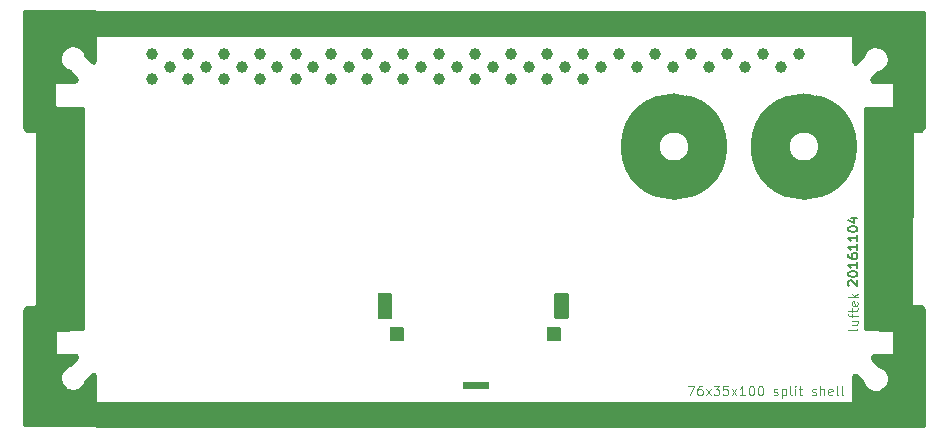
<source format=gts>
G04 #@! TF.FileFunction,Soldermask,Top*
%FSLAX46Y46*%
G04 Gerber Fmt 4.6, Leading zero omitted, Abs format (unit mm)*
G04 Created by KiCad (PCBNEW (2016-10-28 revision 192d4b8)-makepkg) date 11/04/16 19:07:24*
%MOMM*%
%LPD*%
G01*
G04 APERTURE LIST*
%ADD10C,0.150000*%
%ADD11C,0.100000*%
%ADD12C,0.700000*%
%ADD13C,1.350000*%
%ADD14C,3.000000*%
%ADD15C,1.000000*%
%ADD16C,1.200000*%
%ADD17C,0.600000*%
%ADD18C,0.254000*%
G04 APERTURE END LIST*
D10*
D11*
X70446531Y-27566180D02*
X70408436Y-27642370D01*
X70332246Y-27680465D01*
X69646531Y-27680465D01*
X69913198Y-26918561D02*
X70446531Y-26918561D01*
X69913198Y-27261418D02*
X70332246Y-27261418D01*
X70408436Y-27223323D01*
X70446531Y-27147132D01*
X70446531Y-27032846D01*
X70408436Y-26956656D01*
X70370341Y-26918561D01*
X69913198Y-26651894D02*
X69913198Y-26347132D01*
X70446531Y-26537608D02*
X69760817Y-26537608D01*
X69684627Y-26499513D01*
X69646531Y-26423323D01*
X69646531Y-26347132D01*
X69913198Y-26194751D02*
X69913198Y-25889989D01*
X69646531Y-26080465D02*
X70332246Y-26080465D01*
X70408436Y-26042370D01*
X70446531Y-25966180D01*
X70446531Y-25889989D01*
X70408436Y-25318561D02*
X70446531Y-25394751D01*
X70446531Y-25547132D01*
X70408436Y-25623323D01*
X70332246Y-25661418D01*
X70027484Y-25661418D01*
X69951293Y-25623323D01*
X69913198Y-25547132D01*
X69913198Y-25394751D01*
X69951293Y-25318561D01*
X70027484Y-25280465D01*
X70103674Y-25280465D01*
X70179865Y-25661418D01*
X70446531Y-24937608D02*
X69646531Y-24937608D01*
X70141769Y-24861418D02*
X70446531Y-24632846D01*
X69913198Y-24632846D02*
X70217960Y-24937608D01*
D10*
X69682722Y-23955823D02*
X69644627Y-23917727D01*
X69606531Y-23841537D01*
X69606531Y-23651061D01*
X69644627Y-23574870D01*
X69682722Y-23536775D01*
X69758912Y-23498680D01*
X69835103Y-23498680D01*
X69949388Y-23536775D01*
X70406531Y-23993918D01*
X70406531Y-23498680D01*
X69606531Y-23003442D02*
X69606531Y-22927251D01*
X69644627Y-22851061D01*
X69682722Y-22812965D01*
X69758912Y-22774870D01*
X69911293Y-22736775D01*
X70101769Y-22736775D01*
X70254150Y-22774870D01*
X70330341Y-22812965D01*
X70368436Y-22851061D01*
X70406531Y-22927251D01*
X70406531Y-23003442D01*
X70368436Y-23079632D01*
X70330341Y-23117727D01*
X70254150Y-23155823D01*
X70101769Y-23193918D01*
X69911293Y-23193918D01*
X69758912Y-23155823D01*
X69682722Y-23117727D01*
X69644627Y-23079632D01*
X69606531Y-23003442D01*
X70406531Y-21974870D02*
X70406531Y-22432013D01*
X70406531Y-22203442D02*
X69606531Y-22203442D01*
X69720817Y-22279632D01*
X69797007Y-22355823D01*
X69835103Y-22432013D01*
X69606531Y-21289156D02*
X69606531Y-21441537D01*
X69644627Y-21517727D01*
X69682722Y-21555823D01*
X69797007Y-21632013D01*
X69949388Y-21670108D01*
X70254150Y-21670108D01*
X70330341Y-21632013D01*
X70368436Y-21593918D01*
X70406531Y-21517727D01*
X70406531Y-21365346D01*
X70368436Y-21289156D01*
X70330341Y-21251061D01*
X70254150Y-21212965D01*
X70063674Y-21212965D01*
X69987484Y-21251061D01*
X69949388Y-21289156D01*
X69911293Y-21365346D01*
X69911293Y-21517727D01*
X69949388Y-21593918D01*
X69987484Y-21632013D01*
X70063674Y-21670108D01*
X70406531Y-20451061D02*
X70406531Y-20908204D01*
X70406531Y-20679632D02*
X69606531Y-20679632D01*
X69720817Y-20755823D01*
X69797007Y-20832013D01*
X69835103Y-20908204D01*
X70406531Y-19689156D02*
X70406531Y-20146299D01*
X70406531Y-19917727D02*
X69606531Y-19917727D01*
X69720817Y-19993918D01*
X69797007Y-20070108D01*
X69835103Y-20146299D01*
X69606531Y-19193918D02*
X69606531Y-19117727D01*
X69644627Y-19041537D01*
X69682722Y-19003442D01*
X69758912Y-18965346D01*
X69911293Y-18927251D01*
X70101769Y-18927251D01*
X70254150Y-18965346D01*
X70330341Y-19003442D01*
X70368436Y-19041537D01*
X70406531Y-19117727D01*
X70406531Y-19193918D01*
X70368436Y-19270108D01*
X70330341Y-19308204D01*
X70254150Y-19346299D01*
X70101769Y-19384394D01*
X69911293Y-19384394D01*
X69758912Y-19346299D01*
X69682722Y-19308204D01*
X69644627Y-19270108D01*
X69606531Y-19193918D01*
X69873198Y-18241537D02*
X70406531Y-18241537D01*
X69568436Y-18432013D02*
X70139865Y-18622489D01*
X70139865Y-18127251D01*
D11*
X56053198Y-32447608D02*
X56586531Y-32447608D01*
X56243674Y-33247608D01*
X57234150Y-32447608D02*
X57081769Y-32447608D01*
X57005579Y-32485704D01*
X56967484Y-32523799D01*
X56891293Y-32638084D01*
X56853198Y-32790465D01*
X56853198Y-33095227D01*
X56891293Y-33171418D01*
X56929388Y-33209513D01*
X57005579Y-33247608D01*
X57157960Y-33247608D01*
X57234150Y-33209513D01*
X57272246Y-33171418D01*
X57310341Y-33095227D01*
X57310341Y-32904751D01*
X57272246Y-32828561D01*
X57234150Y-32790465D01*
X57157960Y-32752370D01*
X57005579Y-32752370D01*
X56929388Y-32790465D01*
X56891293Y-32828561D01*
X56853198Y-32904751D01*
X57577007Y-33247608D02*
X57996055Y-32714275D01*
X57577007Y-32714275D02*
X57996055Y-33247608D01*
X58224627Y-32447608D02*
X58719865Y-32447608D01*
X58453198Y-32752370D01*
X58567484Y-32752370D01*
X58643674Y-32790465D01*
X58681769Y-32828561D01*
X58719865Y-32904751D01*
X58719865Y-33095227D01*
X58681769Y-33171418D01*
X58643674Y-33209513D01*
X58567484Y-33247608D01*
X58338912Y-33247608D01*
X58262722Y-33209513D01*
X58224627Y-33171418D01*
X59443674Y-32447608D02*
X59062722Y-32447608D01*
X59024627Y-32828561D01*
X59062722Y-32790465D01*
X59138912Y-32752370D01*
X59329388Y-32752370D01*
X59405579Y-32790465D01*
X59443674Y-32828561D01*
X59481769Y-32904751D01*
X59481769Y-33095227D01*
X59443674Y-33171418D01*
X59405579Y-33209513D01*
X59329388Y-33247608D01*
X59138912Y-33247608D01*
X59062722Y-33209513D01*
X59024627Y-33171418D01*
X59748436Y-33247608D02*
X60167484Y-32714275D01*
X59748436Y-32714275D02*
X60167484Y-33247608D01*
X60891293Y-33247608D02*
X60434150Y-33247608D01*
X60662722Y-33247608D02*
X60662722Y-32447608D01*
X60586531Y-32561894D01*
X60510341Y-32638084D01*
X60434150Y-32676180D01*
X61386531Y-32447608D02*
X61462722Y-32447608D01*
X61538912Y-32485704D01*
X61577007Y-32523799D01*
X61615103Y-32599989D01*
X61653198Y-32752370D01*
X61653198Y-32942846D01*
X61615103Y-33095227D01*
X61577007Y-33171418D01*
X61538912Y-33209513D01*
X61462722Y-33247608D01*
X61386531Y-33247608D01*
X61310341Y-33209513D01*
X61272246Y-33171418D01*
X61234150Y-33095227D01*
X61196055Y-32942846D01*
X61196055Y-32752370D01*
X61234150Y-32599989D01*
X61272246Y-32523799D01*
X61310341Y-32485704D01*
X61386531Y-32447608D01*
X62148436Y-32447608D02*
X62224627Y-32447608D01*
X62300817Y-32485704D01*
X62338912Y-32523799D01*
X62377007Y-32599989D01*
X62415103Y-32752370D01*
X62415103Y-32942846D01*
X62377007Y-33095227D01*
X62338912Y-33171418D01*
X62300817Y-33209513D01*
X62224627Y-33247608D01*
X62148436Y-33247608D01*
X62072246Y-33209513D01*
X62034150Y-33171418D01*
X61996055Y-33095227D01*
X61957960Y-32942846D01*
X61957960Y-32752370D01*
X61996055Y-32599989D01*
X62034150Y-32523799D01*
X62072246Y-32485704D01*
X62148436Y-32447608D01*
X63329388Y-33209513D02*
X63405579Y-33247608D01*
X63557960Y-33247608D01*
X63634150Y-33209513D01*
X63672246Y-33133323D01*
X63672246Y-33095227D01*
X63634150Y-33019037D01*
X63557960Y-32980942D01*
X63443674Y-32980942D01*
X63367484Y-32942846D01*
X63329388Y-32866656D01*
X63329388Y-32828561D01*
X63367484Y-32752370D01*
X63443674Y-32714275D01*
X63557960Y-32714275D01*
X63634150Y-32752370D01*
X64015103Y-32714275D02*
X64015103Y-33514275D01*
X64015103Y-32752370D02*
X64091293Y-32714275D01*
X64243674Y-32714275D01*
X64319865Y-32752370D01*
X64357960Y-32790465D01*
X64396055Y-32866656D01*
X64396055Y-33095227D01*
X64357960Y-33171418D01*
X64319865Y-33209513D01*
X64243674Y-33247608D01*
X64091293Y-33247608D01*
X64015103Y-33209513D01*
X64853198Y-33247608D02*
X64777007Y-33209513D01*
X64738912Y-33133323D01*
X64738912Y-32447608D01*
X65157960Y-33247608D02*
X65157960Y-32714275D01*
X65157960Y-32447608D02*
X65119865Y-32485704D01*
X65157960Y-32523799D01*
X65196055Y-32485704D01*
X65157960Y-32447608D01*
X65157960Y-32523799D01*
X65424627Y-32714275D02*
X65729388Y-32714275D01*
X65538912Y-32447608D02*
X65538912Y-33133323D01*
X65577007Y-33209513D01*
X65653198Y-33247608D01*
X65729388Y-33247608D01*
X66567484Y-33209513D02*
X66643674Y-33247608D01*
X66796055Y-33247608D01*
X66872246Y-33209513D01*
X66910341Y-33133323D01*
X66910341Y-33095227D01*
X66872246Y-33019037D01*
X66796055Y-32980942D01*
X66681769Y-32980942D01*
X66605579Y-32942846D01*
X66567484Y-32866656D01*
X66567484Y-32828561D01*
X66605579Y-32752370D01*
X66681769Y-32714275D01*
X66796055Y-32714275D01*
X66872246Y-32752370D01*
X67253198Y-33247608D02*
X67253198Y-32447608D01*
X67596055Y-33247608D02*
X67596055Y-32828561D01*
X67557960Y-32752370D01*
X67481769Y-32714275D01*
X67367484Y-32714275D01*
X67291293Y-32752370D01*
X67253198Y-32790465D01*
X68281769Y-33209513D02*
X68205579Y-33247608D01*
X68053198Y-33247608D01*
X67977007Y-33209513D01*
X67938912Y-33133323D01*
X67938912Y-32828561D01*
X67977007Y-32752370D01*
X68053198Y-32714275D01*
X68205579Y-32714275D01*
X68281769Y-32752370D01*
X68319865Y-32828561D01*
X68319865Y-32904751D01*
X67938912Y-32980942D01*
X68777007Y-33247608D02*
X68700817Y-33209513D01*
X68662722Y-33133323D01*
X68662722Y-32447608D01*
X69196055Y-33247608D02*
X69119865Y-33209513D01*
X69081769Y-33133323D01*
X69081769Y-32447608D01*
D12*
X57794854Y-10209422D02*
X57794854Y-14179422D01*
D13*
X58704854Y-12189422D02*
G75*
G03X58704854Y-12189422I-3830000J0D01*
G01*
D14*
X57534854Y-12189422D02*
G75*
G03X57534854Y-12189422I-2660000J0D01*
G01*
X68534854Y-12189422D02*
G75*
G03X68534854Y-12189422I-2660000J0D01*
G01*
D13*
X69704854Y-12189422D02*
G75*
G03X69704854Y-12189422I-3830000J0D01*
G01*
D12*
X68794854Y-10209422D02*
X68794854Y-14179422D01*
D15*
X47196127Y-6455704D03*
X44150627Y-6455704D03*
X41105127Y-6455704D03*
X38059627Y-6455704D03*
X35014127Y-6455704D03*
X31968627Y-6455704D03*
X28923127Y-6455704D03*
X25877627Y-6455704D03*
X22832127Y-6455704D03*
X19786627Y-6455704D03*
X16741127Y-6455704D03*
X13695627Y-6455704D03*
X10650127Y-6455704D03*
X18261127Y-5415704D03*
X21306627Y-5415704D03*
X12170127Y-5415704D03*
X27397627Y-5415704D03*
X15215627Y-5415704D03*
X24352127Y-5415704D03*
X48716127Y-5415704D03*
X33488627Y-5415704D03*
X36534127Y-5415704D03*
X42625127Y-5415704D03*
X45670627Y-5415704D03*
X39579627Y-5415704D03*
X30443127Y-5415704D03*
X63943627Y-5415704D03*
X54807127Y-5415704D03*
X57852627Y-5415704D03*
X60898127Y-5415704D03*
X51761627Y-5415704D03*
X65469127Y-4355704D03*
X62423627Y-4355704D03*
X59378127Y-4355704D03*
X56332627Y-4355704D03*
X53287127Y-4355704D03*
X50241627Y-4355704D03*
X47196127Y-4355704D03*
X44150627Y-4355704D03*
X41105127Y-4355704D03*
X38059627Y-4355704D03*
X35014127Y-4355704D03*
X31968627Y-4355704D03*
X28923127Y-4355704D03*
X25877627Y-4355704D03*
X22832127Y-4355704D03*
X19786627Y-4355704D03*
X16741127Y-4355704D03*
X13695627Y-4355704D03*
X10650127Y-4355704D03*
D10*
G36*
X31891616Y-27484198D02*
X31903265Y-27485926D01*
X31914688Y-27488787D01*
X31925776Y-27492754D01*
X31936422Y-27497789D01*
X31946522Y-27503844D01*
X31955981Y-27510859D01*
X31964707Y-27518767D01*
X31972615Y-27527493D01*
X31979630Y-27536952D01*
X31985685Y-27547052D01*
X31990720Y-27557698D01*
X31994687Y-27568786D01*
X31997548Y-27580209D01*
X31999276Y-27591858D01*
X31999854Y-27603620D01*
X31999854Y-28563620D01*
X31999276Y-28575382D01*
X31997548Y-28587031D01*
X31994687Y-28598454D01*
X31990720Y-28609542D01*
X31985685Y-28620188D01*
X31979630Y-28630288D01*
X31972615Y-28639747D01*
X31964707Y-28648473D01*
X31955981Y-28656381D01*
X31946522Y-28663396D01*
X31936422Y-28669451D01*
X31925776Y-28674486D01*
X31914688Y-28678453D01*
X31903265Y-28681314D01*
X31891616Y-28683042D01*
X31879854Y-28683620D01*
X30919854Y-28683620D01*
X30908092Y-28683042D01*
X30896443Y-28681314D01*
X30885020Y-28678453D01*
X30873932Y-28674486D01*
X30863286Y-28669451D01*
X30853186Y-28663396D01*
X30843727Y-28656381D01*
X30835001Y-28648473D01*
X30827093Y-28639747D01*
X30820078Y-28630288D01*
X30814023Y-28620188D01*
X30808988Y-28609542D01*
X30805021Y-28598454D01*
X30802160Y-28587031D01*
X30800432Y-28575382D01*
X30799854Y-28563620D01*
X30799854Y-27603620D01*
X30800432Y-27591858D01*
X30802160Y-27580209D01*
X30805021Y-27568786D01*
X30808988Y-27557698D01*
X30814023Y-27547052D01*
X30820078Y-27536952D01*
X30827093Y-27527493D01*
X30835001Y-27518767D01*
X30843727Y-27510859D01*
X30853186Y-27503844D01*
X30863286Y-27497789D01*
X30873932Y-27492754D01*
X30885020Y-27488787D01*
X30896443Y-27485926D01*
X30908092Y-27484198D01*
X30919854Y-27483620D01*
X31879854Y-27483620D01*
X31891616Y-27484198D01*
X31891616Y-27484198D01*
G37*
D16*
X31399854Y-28083620D03*
D10*
G36*
X45201616Y-27474198D02*
X45213265Y-27475926D01*
X45224688Y-27478787D01*
X45235776Y-27482754D01*
X45246422Y-27487789D01*
X45256522Y-27493844D01*
X45265981Y-27500859D01*
X45274707Y-27508767D01*
X45282615Y-27517493D01*
X45289630Y-27526952D01*
X45295685Y-27537052D01*
X45300720Y-27547698D01*
X45304687Y-27558786D01*
X45307548Y-27570209D01*
X45309276Y-27581858D01*
X45309854Y-27593620D01*
X45309854Y-28553620D01*
X45309276Y-28565382D01*
X45307548Y-28577031D01*
X45304687Y-28588454D01*
X45300720Y-28599542D01*
X45295685Y-28610188D01*
X45289630Y-28620288D01*
X45282615Y-28629747D01*
X45274707Y-28638473D01*
X45265981Y-28646381D01*
X45256522Y-28653396D01*
X45246422Y-28659451D01*
X45235776Y-28664486D01*
X45224688Y-28668453D01*
X45213265Y-28671314D01*
X45201616Y-28673042D01*
X45189854Y-28673620D01*
X44229854Y-28673620D01*
X44218092Y-28673042D01*
X44206443Y-28671314D01*
X44195020Y-28668453D01*
X44183932Y-28664486D01*
X44173286Y-28659451D01*
X44163186Y-28653396D01*
X44153727Y-28646381D01*
X44145001Y-28638473D01*
X44137093Y-28629747D01*
X44130078Y-28620288D01*
X44124023Y-28610188D01*
X44118988Y-28599542D01*
X44115021Y-28588454D01*
X44112160Y-28577031D01*
X44110432Y-28565382D01*
X44109854Y-28553620D01*
X44109854Y-27593620D01*
X44110432Y-27581858D01*
X44112160Y-27570209D01*
X44115021Y-27558786D01*
X44118988Y-27547698D01*
X44124023Y-27537052D01*
X44130078Y-27526952D01*
X44137093Y-27517493D01*
X44145001Y-27508767D01*
X44153727Y-27500859D01*
X44163186Y-27493844D01*
X44173286Y-27487789D01*
X44183932Y-27482754D01*
X44195020Y-27478787D01*
X44206443Y-27475926D01*
X44218092Y-27474198D01*
X44229854Y-27473620D01*
X45189854Y-27473620D01*
X45201616Y-27474198D01*
X45201616Y-27474198D01*
G37*
D16*
X44709854Y-28073620D03*
D10*
G36*
X39125735Y-32103909D02*
X39131559Y-32104773D01*
X39137271Y-32106204D01*
X39142815Y-32108187D01*
X39148138Y-32110705D01*
X39153188Y-32113732D01*
X39157918Y-32117239D01*
X39162280Y-32121194D01*
X39166235Y-32125556D01*
X39169742Y-32130286D01*
X39172769Y-32135336D01*
X39175287Y-32140659D01*
X39177270Y-32146203D01*
X39178701Y-32151915D01*
X39179565Y-32157739D01*
X39179854Y-32163620D01*
X39179854Y-32643620D01*
X39179565Y-32649501D01*
X39178701Y-32655325D01*
X39177270Y-32661037D01*
X39175287Y-32666581D01*
X39172769Y-32671904D01*
X39169742Y-32676954D01*
X39166235Y-32681684D01*
X39162280Y-32686046D01*
X39157918Y-32690001D01*
X39153188Y-32693508D01*
X39148138Y-32696535D01*
X39142815Y-32699053D01*
X39137271Y-32701036D01*
X39131559Y-32702467D01*
X39125735Y-32703331D01*
X39119854Y-32703620D01*
X37039854Y-32703620D01*
X37033973Y-32703331D01*
X37028149Y-32702467D01*
X37022437Y-32701036D01*
X37016893Y-32699053D01*
X37011570Y-32696535D01*
X37006520Y-32693508D01*
X37001790Y-32690001D01*
X36997428Y-32686046D01*
X36993473Y-32681684D01*
X36989966Y-32676954D01*
X36986939Y-32671904D01*
X36984421Y-32666581D01*
X36982438Y-32661037D01*
X36981007Y-32655325D01*
X36980143Y-32649501D01*
X36979854Y-32643620D01*
X36979854Y-32163620D01*
X36980143Y-32157739D01*
X36981007Y-32151915D01*
X36982438Y-32146203D01*
X36984421Y-32140659D01*
X36986939Y-32135336D01*
X36989966Y-32130286D01*
X36993473Y-32125556D01*
X36997428Y-32121194D01*
X37001790Y-32117239D01*
X37006520Y-32113732D01*
X37011570Y-32110705D01*
X37016893Y-32108187D01*
X37022437Y-32106204D01*
X37028149Y-32104773D01*
X37033973Y-32103909D01*
X37039854Y-32103620D01*
X39119854Y-32103620D01*
X39125735Y-32103909D01*
X39125735Y-32103909D01*
G37*
D17*
X38079854Y-32403620D03*
D10*
G36*
X30891616Y-24596282D02*
X30903265Y-24598010D01*
X30914688Y-24600871D01*
X30925776Y-24604838D01*
X30936422Y-24609873D01*
X30946522Y-24615928D01*
X30955981Y-24622943D01*
X30964707Y-24630851D01*
X30972615Y-24639577D01*
X30979630Y-24649036D01*
X30985685Y-24659136D01*
X30990720Y-24669782D01*
X30994687Y-24680870D01*
X30997548Y-24692293D01*
X30999276Y-24703942D01*
X30999854Y-24715704D01*
X30999854Y-26675704D01*
X30999276Y-26687466D01*
X30997548Y-26699115D01*
X30994687Y-26710538D01*
X30990720Y-26721626D01*
X30985685Y-26732272D01*
X30979630Y-26742372D01*
X30972615Y-26751831D01*
X30964707Y-26760557D01*
X30955981Y-26768465D01*
X30946522Y-26775480D01*
X30936422Y-26781535D01*
X30925776Y-26786570D01*
X30914688Y-26790537D01*
X30903265Y-26793398D01*
X30891616Y-26795126D01*
X30879854Y-26795704D01*
X29919854Y-26795704D01*
X29908092Y-26795126D01*
X29896443Y-26793398D01*
X29885020Y-26790537D01*
X29873932Y-26786570D01*
X29863286Y-26781535D01*
X29853186Y-26775480D01*
X29843727Y-26768465D01*
X29835001Y-26760557D01*
X29827093Y-26751831D01*
X29820078Y-26742372D01*
X29814023Y-26732272D01*
X29808988Y-26721626D01*
X29805021Y-26710538D01*
X29802160Y-26699115D01*
X29800432Y-26687466D01*
X29799854Y-26675704D01*
X29799854Y-24715704D01*
X29800432Y-24703942D01*
X29802160Y-24692293D01*
X29805021Y-24680870D01*
X29808988Y-24669782D01*
X29814023Y-24659136D01*
X29820078Y-24649036D01*
X29827093Y-24639577D01*
X29835001Y-24630851D01*
X29843727Y-24622943D01*
X29853186Y-24615928D01*
X29863286Y-24609873D01*
X29873932Y-24604838D01*
X29885020Y-24600871D01*
X29896443Y-24598010D01*
X29908092Y-24596282D01*
X29919854Y-24595704D01*
X30879854Y-24595704D01*
X30891616Y-24596282D01*
X30891616Y-24596282D01*
G37*
D16*
X30399854Y-25695704D03*
D10*
G36*
X45841616Y-24591283D02*
X45853265Y-24593011D01*
X45864688Y-24595872D01*
X45875776Y-24599839D01*
X45886422Y-24604874D01*
X45896522Y-24610929D01*
X45905981Y-24617944D01*
X45914707Y-24625852D01*
X45922615Y-24634578D01*
X45929630Y-24644037D01*
X45935685Y-24654137D01*
X45940720Y-24664783D01*
X45944687Y-24675871D01*
X45947548Y-24687294D01*
X45949276Y-24698943D01*
X45949854Y-24710705D01*
X45949854Y-26670705D01*
X45949276Y-26682467D01*
X45947548Y-26694116D01*
X45944687Y-26705539D01*
X45940720Y-26716627D01*
X45935685Y-26727273D01*
X45929630Y-26737373D01*
X45922615Y-26746832D01*
X45914707Y-26755558D01*
X45905981Y-26763466D01*
X45896522Y-26770481D01*
X45886422Y-26776536D01*
X45875776Y-26781571D01*
X45864688Y-26785538D01*
X45853265Y-26788399D01*
X45841616Y-26790127D01*
X45829854Y-26790705D01*
X44869854Y-26790705D01*
X44858092Y-26790127D01*
X44846443Y-26788399D01*
X44835020Y-26785538D01*
X44823932Y-26781571D01*
X44813286Y-26776536D01*
X44803186Y-26770481D01*
X44793727Y-26763466D01*
X44785001Y-26755558D01*
X44777093Y-26746832D01*
X44770078Y-26737373D01*
X44764023Y-26727273D01*
X44758988Y-26716627D01*
X44755021Y-26705539D01*
X44752160Y-26694116D01*
X44750432Y-26682467D01*
X44749854Y-26670705D01*
X44749854Y-24710705D01*
X44750432Y-24698943D01*
X44752160Y-24687294D01*
X44755021Y-24675871D01*
X44758988Y-24664783D01*
X44764023Y-24654137D01*
X44770078Y-24644037D01*
X44777093Y-24634578D01*
X44785001Y-24625852D01*
X44793727Y-24617944D01*
X44803186Y-24610929D01*
X44813286Y-24604874D01*
X44823932Y-24599839D01*
X44835020Y-24595872D01*
X44846443Y-24593011D01*
X44858092Y-24591283D01*
X44869854Y-24590705D01*
X45829854Y-24590705D01*
X45841616Y-24591283D01*
X45841616Y-24591283D01*
G37*
D16*
X45349854Y-25690705D03*
D18*
G36*
X70839362Y-812594D02*
X70583603Y-2708738D01*
X4803355Y-2728665D01*
X4829921Y-762799D01*
X70839362Y-812594D01*
X70839362Y-812594D01*
G37*
X70839362Y-812594D02*
X70583603Y-2708738D01*
X4803355Y-2728665D01*
X4829921Y-762799D01*
X70839362Y-812594D01*
G36*
X70137051Y-35838664D02*
X5941044Y-35818743D01*
X5932214Y-33902664D01*
X70128200Y-33882743D01*
X70137051Y-35838664D01*
X70137051Y-35838664D01*
G37*
X70137051Y-35838664D02*
X5941044Y-35818743D01*
X5932214Y-33902664D01*
X70128200Y-33882743D01*
X70137051Y-35838664D01*
G36*
X76057670Y-10533314D02*
X75821127Y-10848704D01*
X75124627Y-10848704D01*
X75076026Y-10858371D01*
X75034824Y-10885901D01*
X75007294Y-10927103D01*
X74997627Y-10975443D01*
X74967627Y-25575443D01*
X74977195Y-25624064D01*
X75004640Y-25665322D01*
X75045785Y-25692937D01*
X75094627Y-25702704D01*
X75832021Y-25702704D01*
X76057627Y-25928310D01*
X76057627Y-35848704D01*
X70051051Y-35848704D01*
X70041627Y-33775347D01*
X70041627Y-31618037D01*
X70116977Y-31517570D01*
X70172181Y-31492092D01*
X70278067Y-31527387D01*
X70871180Y-32083431D01*
X70951855Y-32388202D01*
X70987673Y-32448268D01*
X71317673Y-32758268D01*
X71356423Y-32783200D01*
X71746423Y-32943200D01*
X71794627Y-32952704D01*
X72174627Y-32952704D01*
X72237995Y-32935765D01*
X72567995Y-32745765D01*
X72588774Y-32730827D01*
X72848774Y-32500827D01*
X72881942Y-32454347D01*
X73051942Y-32044347D01*
X73061572Y-31991970D01*
X73051572Y-31651970D01*
X73042789Y-31609155D01*
X72912789Y-31279155D01*
X72887692Y-31239287D01*
X72627692Y-30959287D01*
X72585374Y-30929284D01*
X72216926Y-30768678D01*
X71649166Y-30210226D01*
X71609229Y-30050479D01*
X71659880Y-29949178D01*
X71806621Y-29872314D01*
X73376214Y-29852694D01*
X73424691Y-29842420D01*
X73465545Y-29814377D01*
X73492558Y-29772834D01*
X73501627Y-29725704D01*
X73501627Y-27825704D01*
X73491960Y-27777103D01*
X73464430Y-27735901D01*
X73423228Y-27708371D01*
X73376176Y-27698713D01*
X71041693Y-27670244D01*
X71051561Y-8940624D01*
X73346726Y-8902687D01*
X73395160Y-8892217D01*
X73435901Y-8864010D01*
X73462747Y-8822359D01*
X73471625Y-8776365D01*
X73481625Y-6856365D01*
X73472211Y-6807715D01*
X73444896Y-6766370D01*
X73403838Y-6738626D01*
X73355374Y-6728706D01*
X71704814Y-6718997D01*
X71615266Y-6635845D01*
X71569705Y-6556113D01*
X71590104Y-6469418D01*
X72155485Y-5894769D01*
X72449220Y-5784618D01*
X72492036Y-5757838D01*
X72882036Y-5387838D01*
X72915370Y-5335077D01*
X73065370Y-4875077D01*
X73067415Y-4803269D01*
X72927415Y-4273269D01*
X72895619Y-4217107D01*
X72525619Y-3837107D01*
X72484788Y-3809030D01*
X72456573Y-3800614D01*
X71886573Y-3700614D01*
X71833825Y-3702496D01*
X71473825Y-3792496D01*
X71423324Y-3818140D01*
X71063324Y-4118140D01*
X71027664Y-4166220D01*
X70819192Y-4658972D01*
X70267688Y-5135696D01*
X70218390Y-5155415D01*
X70140715Y-5145058D01*
X70083867Y-5093379D01*
X70031525Y-4943828D01*
X70021640Y-2868003D01*
X70106444Y-804444D01*
X71392826Y-822691D01*
X71395421Y-822702D01*
X76067498Y-793502D01*
X76057670Y-10533314D01*
X76057670Y-10533314D01*
G37*
X76057670Y-10533314D02*
X75821127Y-10848704D01*
X75124627Y-10848704D01*
X75076026Y-10858371D01*
X75034824Y-10885901D01*
X75007294Y-10927103D01*
X74997627Y-10975443D01*
X74967627Y-25575443D01*
X74977195Y-25624064D01*
X75004640Y-25665322D01*
X75045785Y-25692937D01*
X75094627Y-25702704D01*
X75832021Y-25702704D01*
X76057627Y-25928310D01*
X76057627Y-35848704D01*
X70051051Y-35848704D01*
X70041627Y-33775347D01*
X70041627Y-31618037D01*
X70116977Y-31517570D01*
X70172181Y-31492092D01*
X70278067Y-31527387D01*
X70871180Y-32083431D01*
X70951855Y-32388202D01*
X70987673Y-32448268D01*
X71317673Y-32758268D01*
X71356423Y-32783200D01*
X71746423Y-32943200D01*
X71794627Y-32952704D01*
X72174627Y-32952704D01*
X72237995Y-32935765D01*
X72567995Y-32745765D01*
X72588774Y-32730827D01*
X72848774Y-32500827D01*
X72881942Y-32454347D01*
X73051942Y-32044347D01*
X73061572Y-31991970D01*
X73051572Y-31651970D01*
X73042789Y-31609155D01*
X72912789Y-31279155D01*
X72887692Y-31239287D01*
X72627692Y-30959287D01*
X72585374Y-30929284D01*
X72216926Y-30768678D01*
X71649166Y-30210226D01*
X71609229Y-30050479D01*
X71659880Y-29949178D01*
X71806621Y-29872314D01*
X73376214Y-29852694D01*
X73424691Y-29842420D01*
X73465545Y-29814377D01*
X73492558Y-29772834D01*
X73501627Y-29725704D01*
X73501627Y-27825704D01*
X73491960Y-27777103D01*
X73464430Y-27735901D01*
X73423228Y-27708371D01*
X73376176Y-27698713D01*
X71041693Y-27670244D01*
X71051561Y-8940624D01*
X73346726Y-8902687D01*
X73395160Y-8892217D01*
X73435901Y-8864010D01*
X73462747Y-8822359D01*
X73471625Y-8776365D01*
X73481625Y-6856365D01*
X73472211Y-6807715D01*
X73444896Y-6766370D01*
X73403838Y-6738626D01*
X73355374Y-6728706D01*
X71704814Y-6718997D01*
X71615266Y-6635845D01*
X71569705Y-6556113D01*
X71590104Y-6469418D01*
X72155485Y-5894769D01*
X72449220Y-5784618D01*
X72492036Y-5757838D01*
X72882036Y-5387838D01*
X72915370Y-5335077D01*
X73065370Y-4875077D01*
X73067415Y-4803269D01*
X72927415Y-4273269D01*
X72895619Y-4217107D01*
X72525619Y-3837107D01*
X72484788Y-3809030D01*
X72456573Y-3800614D01*
X71886573Y-3700614D01*
X71833825Y-3702496D01*
X71473825Y-3792496D01*
X71423324Y-3818140D01*
X71063324Y-4118140D01*
X71027664Y-4166220D01*
X70819192Y-4658972D01*
X70267688Y-5135696D01*
X70218390Y-5155415D01*
X70140715Y-5145058D01*
X70083867Y-5093379D01*
X70031525Y-4943828D01*
X70021640Y-2868003D01*
X70106444Y-804444D01*
X71392826Y-822691D01*
X71395421Y-822702D01*
X76067498Y-793502D01*
X76057670Y-10533314D01*
G36*
X5877627Y-2806061D02*
X5877627Y-4963370D01*
X5802276Y-5063839D01*
X5747073Y-5089318D01*
X5641187Y-5054021D01*
X5048074Y-4497975D01*
X4967398Y-4193205D01*
X4931581Y-4133140D01*
X4601581Y-3823140D01*
X4562831Y-3798208D01*
X4172831Y-3638208D01*
X4124627Y-3628704D01*
X3744627Y-3628704D01*
X3681259Y-3645643D01*
X3351259Y-3835643D01*
X3330480Y-3850581D01*
X3070481Y-4080580D01*
X3037313Y-4127060D01*
X2867312Y-4537061D01*
X2857682Y-4589438D01*
X2867682Y-4929438D01*
X2876465Y-4972252D01*
X3006464Y-5302253D01*
X3031562Y-5342123D01*
X3291563Y-5622122D01*
X3333880Y-5652125D01*
X3702331Y-5812731D01*
X4270089Y-6371184D01*
X4310024Y-6530928D01*
X4259373Y-6632230D01*
X4112634Y-6709094D01*
X2543040Y-6728714D01*
X2494563Y-6738988D01*
X2453709Y-6767031D01*
X2426696Y-6808574D01*
X2417627Y-6855704D01*
X2417628Y-8755704D01*
X2427295Y-8804305D01*
X2454825Y-8845507D01*
X2496027Y-8873037D01*
X2543079Y-8882695D01*
X4877562Y-8911166D01*
X4867693Y-27640784D01*
X2572529Y-27678721D01*
X2524095Y-27689191D01*
X2483354Y-27717398D01*
X2456508Y-27759049D01*
X2447630Y-27805042D01*
X2437629Y-29725042D01*
X2447043Y-29773693D01*
X2474358Y-29815038D01*
X2515416Y-29842782D01*
X2563880Y-29852702D01*
X4214440Y-29862410D01*
X4303988Y-29945563D01*
X4349549Y-30025295D01*
X4329150Y-30111990D01*
X3763769Y-30686640D01*
X3470035Y-30796790D01*
X3427218Y-30823570D01*
X3037218Y-31193570D01*
X3003884Y-31246331D01*
X2853884Y-31706331D01*
X2851839Y-31778139D01*
X2991839Y-32308139D01*
X3023635Y-32364301D01*
X3393635Y-32744301D01*
X3434466Y-32772378D01*
X3462681Y-32780794D01*
X4032681Y-32880794D01*
X4085429Y-32878912D01*
X4445429Y-32788912D01*
X4495930Y-32763268D01*
X4855930Y-32463268D01*
X4891590Y-32415188D01*
X5100063Y-31922434D01*
X5651567Y-31445711D01*
X5700863Y-31425993D01*
X5778539Y-31436350D01*
X5835387Y-31488029D01*
X5887729Y-31637580D01*
X5897614Y-33713405D01*
X5812713Y-35779322D01*
X3964376Y-35788704D01*
X-148245Y-35788704D01*
X-138416Y-26048094D01*
X98127Y-25732704D01*
X794627Y-25732705D01*
X843228Y-25723038D01*
X884429Y-25695508D01*
X911960Y-25654306D01*
X921627Y-25605966D01*
X951627Y-11005965D01*
X942059Y-10957344D01*
X914614Y-10916086D01*
X873469Y-10888471D01*
X824627Y-10878704D01*
X87233Y-10878704D01*
X-138373Y-10653098D01*
X-138375Y-732705D01*
X5868201Y-732705D01*
X5877627Y-2806061D01*
X5877627Y-2806061D01*
G37*
X5877627Y-2806061D02*
X5877627Y-4963370D01*
X5802276Y-5063839D01*
X5747073Y-5089318D01*
X5641187Y-5054021D01*
X5048074Y-4497975D01*
X4967398Y-4193205D01*
X4931581Y-4133140D01*
X4601581Y-3823140D01*
X4562831Y-3798208D01*
X4172831Y-3638208D01*
X4124627Y-3628704D01*
X3744627Y-3628704D01*
X3681259Y-3645643D01*
X3351259Y-3835643D01*
X3330480Y-3850581D01*
X3070481Y-4080580D01*
X3037313Y-4127060D01*
X2867312Y-4537061D01*
X2857682Y-4589438D01*
X2867682Y-4929438D01*
X2876465Y-4972252D01*
X3006464Y-5302253D01*
X3031562Y-5342123D01*
X3291563Y-5622122D01*
X3333880Y-5652125D01*
X3702331Y-5812731D01*
X4270089Y-6371184D01*
X4310024Y-6530928D01*
X4259373Y-6632230D01*
X4112634Y-6709094D01*
X2543040Y-6728714D01*
X2494563Y-6738988D01*
X2453709Y-6767031D01*
X2426696Y-6808574D01*
X2417627Y-6855704D01*
X2417628Y-8755704D01*
X2427295Y-8804305D01*
X2454825Y-8845507D01*
X2496027Y-8873037D01*
X2543079Y-8882695D01*
X4877562Y-8911166D01*
X4867693Y-27640784D01*
X2572529Y-27678721D01*
X2524095Y-27689191D01*
X2483354Y-27717398D01*
X2456508Y-27759049D01*
X2447630Y-27805042D01*
X2437629Y-29725042D01*
X2447043Y-29773693D01*
X2474358Y-29815038D01*
X2515416Y-29842782D01*
X2563880Y-29852702D01*
X4214440Y-29862410D01*
X4303988Y-29945563D01*
X4349549Y-30025295D01*
X4329150Y-30111990D01*
X3763769Y-30686640D01*
X3470035Y-30796790D01*
X3427218Y-30823570D01*
X3037218Y-31193570D01*
X3003884Y-31246331D01*
X2853884Y-31706331D01*
X2851839Y-31778139D01*
X2991839Y-32308139D01*
X3023635Y-32364301D01*
X3393635Y-32744301D01*
X3434466Y-32772378D01*
X3462681Y-32780794D01*
X4032681Y-32880794D01*
X4085429Y-32878912D01*
X4445429Y-32788912D01*
X4495930Y-32763268D01*
X4855930Y-32463268D01*
X4891590Y-32415188D01*
X5100063Y-31922434D01*
X5651567Y-31445711D01*
X5700863Y-31425993D01*
X5778539Y-31436350D01*
X5835387Y-31488029D01*
X5887729Y-31637580D01*
X5897614Y-33713405D01*
X5812713Y-35779322D01*
X3964376Y-35788704D01*
X-148245Y-35788704D01*
X-138416Y-26048094D01*
X98127Y-25732704D01*
X794627Y-25732705D01*
X843228Y-25723038D01*
X884429Y-25695508D01*
X911960Y-25654306D01*
X921627Y-25605966D01*
X951627Y-11005965D01*
X942059Y-10957344D01*
X914614Y-10916086D01*
X873469Y-10888471D01*
X824627Y-10878704D01*
X87233Y-10878704D01*
X-138373Y-10653098D01*
X-138375Y-732705D01*
X5868201Y-732705D01*
X5877627Y-2806061D01*
M02*

</source>
